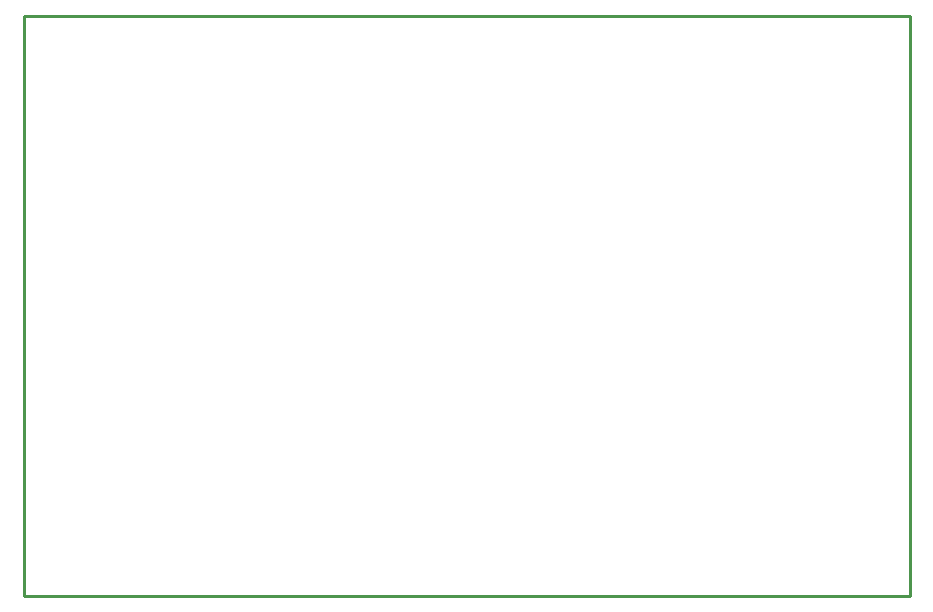
<source format=gko>
G04*
G04 #@! TF.GenerationSoftware,Altium Limited,Altium Designer,20.0.13 (296)*
G04*
G04 Layer_Color=16711935*
%FSLAX25Y25*%
%MOIN*%
G70*
G01*
G75*
%ADD13C,0.01000*%
D13*
X0Y193602D02*
X295300D01*
Y160D02*
Y193602D01*
X0Y160D02*
Y193602D01*
Y160D02*
X295300D01*
M02*

</source>
